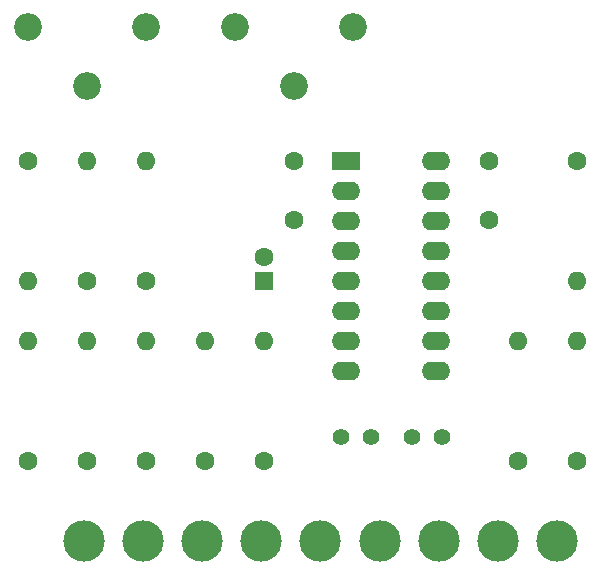
<source format=gbs>
G04 #@! TF.GenerationSoftware,KiCad,Pcbnew,(5.1.7)-1*
G04 #@! TF.CreationDate,2022-12-29T18:38:42+01:00*
G04 #@! TF.ProjectId,Abstimmspannungs-Modul,41627374-696d-46d7-9370-616e6e756e67,rev?*
G04 #@! TF.SameCoordinates,Original*
G04 #@! TF.FileFunction,Soldermask,Bot*
G04 #@! TF.FilePolarity,Negative*
%FSLAX46Y46*%
G04 Gerber Fmt 4.6, Leading zero omitted, Abs format (unit mm)*
G04 Created by KiCad (PCBNEW (5.1.7)-1) date 2022-12-29 18:38:42*
%MOMM*%
%LPD*%
G01*
G04 APERTURE LIST*
%ADD10C,1.400000*%
%ADD11C,1.600000*%
%ADD12O,1.600000X1.600000*%
%ADD13R,2.400000X1.600000*%
%ADD14O,2.400000X1.600000*%
%ADD15C,2.340000*%
%ADD16R,1.600000X1.600000*%
%ADD17C,3.500000*%
G04 APERTURE END LIST*
D10*
X76000000Y-78250000D03*
X73500000Y-78250000D03*
X67500000Y-78250000D03*
X70000000Y-78250000D03*
D11*
X82500000Y-80250000D03*
D12*
X82500000Y-70090000D03*
D11*
X87500000Y-80250000D03*
D12*
X87500000Y-70090000D03*
D11*
X61000000Y-80250000D03*
D12*
X61000000Y-70090000D03*
D11*
X87500000Y-54840000D03*
D12*
X87500000Y-65000000D03*
D11*
X63500000Y-54840000D03*
X63500000Y-59840000D03*
X80000000Y-54840000D03*
X80000000Y-59840000D03*
D13*
X67940000Y-54840000D03*
D14*
X75560000Y-72620000D03*
X67940000Y-57380000D03*
X75560000Y-70080000D03*
X67940000Y-59920000D03*
X75560000Y-67540000D03*
X67940000Y-62460000D03*
X75560000Y-65000000D03*
X67940000Y-65000000D03*
X75560000Y-62460000D03*
X67940000Y-67540000D03*
X75560000Y-59920000D03*
X67940000Y-70080000D03*
X75560000Y-57380000D03*
X67940000Y-72620000D03*
X75560000Y-54840000D03*
D11*
X41000000Y-80250000D03*
D12*
X41000000Y-70090000D03*
D11*
X51000000Y-80250000D03*
D12*
X51000000Y-70090000D03*
D11*
X46000000Y-65000000D03*
D12*
X46000000Y-54840000D03*
D11*
X41000000Y-54840000D03*
D12*
X41000000Y-65000000D03*
D11*
X56000000Y-80250000D03*
D12*
X56000000Y-70090000D03*
D11*
X51000000Y-65000000D03*
D12*
X51000000Y-54840000D03*
D11*
X46000000Y-80250000D03*
D12*
X46000000Y-70090000D03*
D15*
X58500000Y-43500000D03*
X63500000Y-48500000D03*
X68500000Y-43500000D03*
X41000000Y-43500000D03*
X46000000Y-48500000D03*
X51000000Y-43500000D03*
D16*
X61000000Y-65000000D03*
D11*
X61000000Y-63000000D03*
D17*
X45750000Y-87000000D03*
X50750000Y-87000000D03*
X55750000Y-87000000D03*
X60750000Y-87000000D03*
X65750000Y-87000000D03*
X70750000Y-87000000D03*
X75750000Y-87000000D03*
X80750000Y-87000000D03*
X85750000Y-87000000D03*
M02*

</source>
